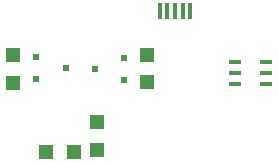
<source format=gbp>
G04*
G04 #@! TF.GenerationSoftware,Altium Limited,Altium Designer,25.5.2 (35)*
G04*
G04 Layer_Color=128*
%FSLAX23Y23*%
%MOIN*%
G70*
G04*
G04 #@! TF.SameCoordinates,10694D88-6559-4D2D-811B-EC1DD4263B2B*
G04*
G04*
G04 #@! TF.FilePolarity,Positive*
G04*
G01*
G75*
%ADD20R,0.045X0.045*%
%ADD21R,0.045X0.045*%
%ADD102R,0.016X0.053*%
%ADD103R,0.043X0.018*%
%ADD104R,0.024X0.022*%
D20*
X3044Y3080D02*
D03*
X3136D02*
D03*
D21*
X3215Y3181D02*
D03*
Y3089D02*
D03*
X3380Y3314D02*
D03*
Y3406D02*
D03*
X2935Y3403D02*
D03*
Y3310D02*
D03*
D102*
X3525Y3550D02*
D03*
X3499D02*
D03*
X3474D02*
D03*
X3448D02*
D03*
X3423D02*
D03*
D103*
X3674Y3345D02*
D03*
X3776Y3308D02*
D03*
Y3345D02*
D03*
Y3382D02*
D03*
X3674D02*
D03*
Y3308D02*
D03*
D104*
X3305Y3395D02*
D03*
Y3320D02*
D03*
X3207Y3358D02*
D03*
X3011Y3323D02*
D03*
Y3397D02*
D03*
X3109Y3360D02*
D03*
M02*

</source>
